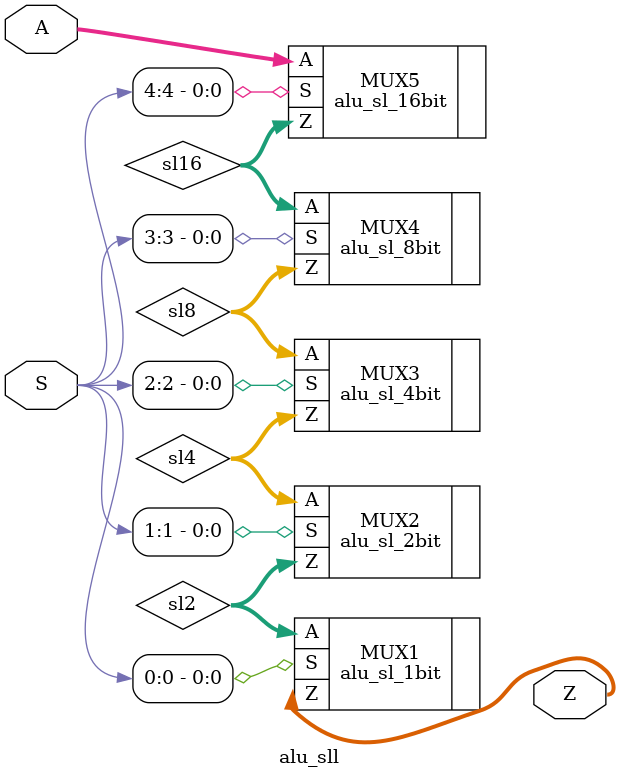
<source format=v>
`timescale 1ns / 1ps
`default_nettype none

module alu_sll(A, S, Z);
    parameter N = 32;

	//port definitions

	input wire [(N-1):0] A;
	input wire [4:0] S;
    output wire [(N-1):0] Z;
    wire [(N-1):0] sl2, sl4, sl8, sl16;

	alu_sl_16bit #(.N(N)) MUX5 (.A(A), .S(S[4]), .Z(sl16));
	alu_sl_8bit #(.N(N)) MUX4 (.A(sl16), .S(S[3]), .Z(sl8));
	alu_sl_4bit #(.N(N)) MUX3 (.A(sl8), .S(S[2]), .Z(sl4));

	alu_sl_2bit #(.N(N)) MUX2 (.A(sl4), .S(S[1]), .Z(sl2));
	alu_sl_1bit #(.N(N)) MUX1 (.A(sl2), .S(S[0]), .Z(Z));
endmodule

</source>
